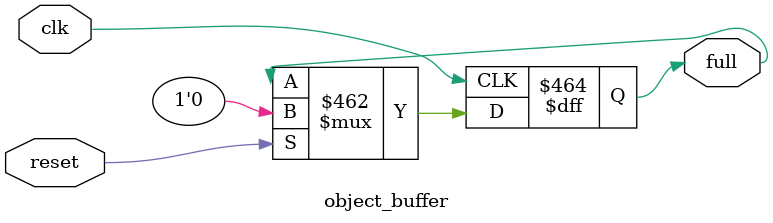
<source format=sv>
`define ROWS 64

typedef struct packed {

    logic           valid;
    logic [28:0]    field_id;
    logic [4:0]     field_type;
    logic [15:0]    size;
    logic           nested;
    logic [63:0]    nested_type_table;
} BUFFER_ENTRY;

module object_buffer(clk, reset, full);

    input wire clk;
    input wire reset;
    output reg full;

    logic next_full;

    logic [$clog2(`ROWS)-1:0] head, tail;

    BUFFER_ENTRY [`ROWS-1:0] entries, next_entries;

    always_ff @(posedge clk)
    begin
        if (reset)
        begin
            // Invalidate all the table's rows
            for (int i = 0; i < `ROWS; i=i+1)
            begin
                entries[i].valid <= #1 1'b0;
            end

            full <= #1 1'b0;
        end
    end

    always_comb
    begin

        // Check for vacant entries
        next_full = 1'b1;
        for(int i = 0; i < `ROWS; i=i+1)
        begin
           if (entries[i].valid==1'b0)
               next_full = 1'b0; 
        end
    end

endmodule

</source>
